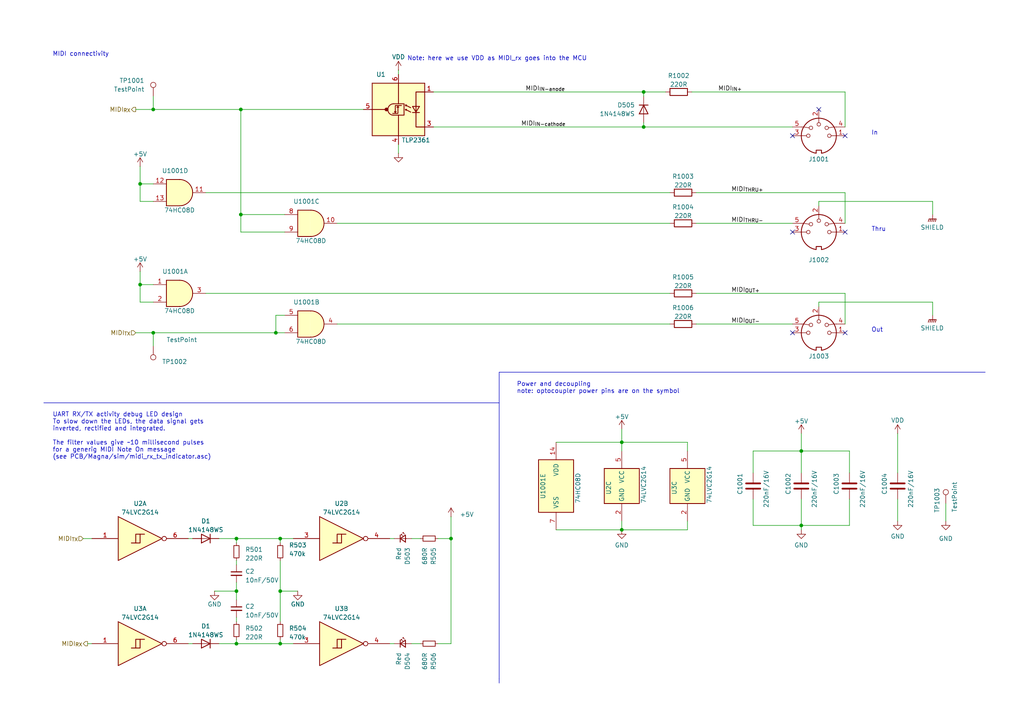
<source format=kicad_sch>
(kicad_sch (version 20231120) (generator "eeschema") (generator_version "8.0")
  (paper "A4")
  (lib_symbols
    (symbol "4xxx:4081" (pin_names (offset 1.016))
      (property "Reference" "U" (at 0 1.27 0))
      (property "Value" "4081" (at 0 -1.27 0))
      (symbol "4081_1_1"
        (arc (start 0 -3.81) (mid 3.7934 0) (end 0 3.81) (stroke (width 0.254)) (fill (type background)))
        (polyline (pts (xy 0 3.81) (xy -3.81 3.81) (xy -3.81 -3.81) (xy 0 -3.81)) (stroke (width 0.254)) (fill (type background)))
        (pin input line (at -7.62 2.54 0) (length 3.81) (name "~") (number "1"))
        (pin input line (at -7.62 -2.54 0) (length 3.81) (name "~") (number "2"))
        (pin output line (at 7.62 0 180) (length 3.81) (name "~") (number "3"))
      )
      (symbol "4081_1_2"
        (arc (start -3.81 -3.81) (mid -2.589 0) (end -3.81 3.81) (stroke (width 0.254)))
        (arc (start -0.6096 -3.81) (mid 2.1842 -2.5851) (end 3.81 0) (stroke (width 0.254)) (fill (type background)))
        (polyline (pts (xy -3.81 -3.81) (xy -0.635 -3.81)) (stroke (width 0.254)) (fill (type background)))
        (polyline (pts (xy -3.81 3.81) (xy -0.635 3.81)) (stroke (width 0.254)) (fill (type background)))
        (polyline (pts (xy -0.635 3.81) (xy -3.81 3.81) (xy -3.81 3.81) (xy -3.556 3.4036) (xy -3.0226 2.2606) (xy -2.6924 1.0414) (xy -2.6162 -0.254) (xy -2.7686 -1.4986) (xy -3.175 -2.7178) (xy -3.81 -3.81) (xy -3.81 -3.81) (xy -0.635 -3.81)) (stroke (width -25.4)) (fill (type background)))
        (arc (start 3.81 0) (mid 2.1915 2.5936) (end -0.6096 3.81) (stroke (width 0.254)) (fill (type background)))
        (pin input inverted (at -7.62 2.54 0) (length 4.318) (name "~") (number "1"))
        (pin input inverted (at -7.62 -2.54 0) (length 4.318) (name "~") (number "2"))
        (pin output inverted (at 7.62 0 180) (length 3.81) (name "~") (number "3"))
      )
      (symbol "4081_2_1"
        (arc (start 0 -3.81) (mid 3.7934 0) (end 0 3.81) (stroke (width 0.254)) (fill (type background)))
        (polyline (pts (xy 0 3.81) (xy -3.81 3.81) (xy -3.81 -3.81) (xy 0 -3.81)) (stroke (width 0.254)) (fill (type background)))
        (pin output line (at 7.62 0 180) (length 3.81) (name "~") (number "4"))
        (pin input line (at -7.62 2.54 0) (length 3.81) (name "~") (number "5"))
        (pin input line (at -7.62 -2.54 0) (length 3.81) (name "~") (number "6"))
      )
      (symbol "4081_2_2"
        (arc (start -3.81 -3.81) (mid -2.589 0) (end -3.81 3.81) (stroke (width 0.254)))
        (arc (start -0.6096 -3.81) (mid 2.1842 -2.5851) (end 3.81 0) (stroke (width 0.254)) (fill (type background)))
        (polyline (pts (xy -3.81 -3.81) (xy -0.635 -3.81)) (stroke (width 0.254)) (fill (type background)))
        (polyline (pts (xy -3.81 3.81) (xy -0.635 3.81)) (stroke (width 0.254)) (fill (type background)))
        (polyline (pts (xy -0.635 3.81) (xy -3.81 3.81) (xy -3.81 3.81) (xy -3.556 3.4036) (xy -3.0226 2.2606) (xy -2.6924 1.0414) (xy -2.6162 -0.254) (xy -2.7686 -1.4986) (xy -3.175 -2.7178) (xy -3.81 -3.81) (xy -3.81 -3.81) (xy -0.635 -3.81)) (stroke (width -25.4)) (fill (type background)))
        (arc (start 3.81 0) (mid 2.1915 2.5936) (end -0.6096 3.81) (stroke (width 0.254)) (fill (type background)))
        (pin output inverted (at 7.62 0 180) (length 3.81) (name "~") (number "4"))
        (pin input inverted (at -7.62 2.54 0) (length 4.318) (name "~") (number "5"))
        (pin input inverted (at -7.62 -2.54 0) (length 4.318) (name "~") (number "6"))
      )
      (symbol "4081_3_1"
        (arc (start 0 -3.81) (mid 3.7934 0) (end 0 3.81) (stroke (width 0.254)) (fill (type background)))
        (polyline (pts (xy 0 3.81) (xy -3.81 3.81) (xy -3.81 -3.81) (xy 0 -3.81)) (stroke (width 0.254)) (fill (type background)))
        (pin output line (at 7.62 0 180) (length 3.81) (name "~") (number "10"))
        (pin input line (at -7.62 2.54 0) (length 3.81) (name "~") (number "8"))
        (pin input line (at -7.62 -2.54 0) (length 3.81) (name "~") (number "9"))
      )
      (symbol "4081_3_2"
        (arc (start -3.81 -3.81) (mid -2.589 0) (end -3.81 3.81) (stroke (width 0.254)))
        (arc (start -0.6096 -3.81) (mid 2.1842 -2.5851) (end 3.81 0) (stroke (width 0.254)) (fill (type background)))
        (polyline (pts (xy -3.81 -3.81) (xy -0.635 -3.81)) (stroke (width 0.254)) (fill (type background)))
        (polyline (pts (xy -3.81 3.81) (xy -0.635 3.81)) (stroke (width 0.254)) (fill (type background)))
        (polyline (pts (xy -0.635 3.81) (xy -3.81 3.81) (xy -3.81 3.81) (xy -3.556 3.4036) (xy -3.0226 2.2606) (xy -2.6924 1.0414) (xy -2.6162 -0.254) (xy -2.7686 -1.4986) (xy -3.175 -2.7178) (xy -3.81 -3.81) (xy -3.81 -3.81) (xy -0.635 -3.81)) (stroke (width -25.4)) (fill (type background)))
        (arc (start 3.81 0) (mid 2.1915 2.5936) (end -0.6096 3.81) (stroke (width 0.254)) (fill (type background)))
        (pin output inverted (at 7.62 0 180) (length 3.81) (name "~") (number "10"))
        (pin input inverted (at -7.62 2.54 0) (length 4.318) (name "~") (number "8"))
        (pin input inverted (at -7.62 -2.54 0) (length 4.318) (name "~") (number "9"))
      )
      (symbol "4081_4_1"
        (arc (start 0 -3.81) (mid 3.7934 0) (end 0 3.81) (stroke (width 0.254)) (fill (type background)))
        (polyline (pts (xy 0 3.81) (xy -3.81 3.81) (xy -3.81 -3.81) (xy 0 -3.81)) (stroke (width 0.254)) (fill (type background)))
        (pin output line (at 7.62 0 180) (length 3.81) (name "~") (number "11"))
        (pin input line (at -7.62 2.54 0) (length 3.81) (name "~") (number "12"))
        (pin input line (at -7.62 -2.54 0) (length 3.81) (name "~") (number "13"))
      )
      (symbol "4081_4_2"
        (arc (start -3.81 -3.81) (mid -2.589 0) (end -3.81 3.81) (stroke (width 0.254)))
        (arc (start -0.6096 -3.81) (mid 2.1842 -2.5851) (end 3.81 0) (stroke (width 0.254)) (fill (type background)))
        (polyline (pts (xy -3.81 -3.81) (xy -0.635 -3.81)) (stroke (width 0.254)) (fill (type background)))
        (polyline (pts (xy -3.81 3.81) (xy -0.635 3.81)) (stroke (width 0.254)) (fill (type background)))
        (polyline (pts (xy -0.635 3.81) (xy -3.81 3.81) (xy -3.81 3.81) (xy -3.556 3.4036) (xy -3.0226 2.2606) (xy -2.6924 1.0414) (xy -2.6162 -0.254) (xy -2.7686 -1.4986) (xy -3.175 -2.7178) (xy -3.81 -3.81) (xy -3.81 -3.81) (xy -0.635 -3.81)) (stroke (width -25.4)) (fill (type background)))
        (arc (start 3.81 0) (mid 2.1915 2.5936) (end -0.6096 3.81) (stroke (width 0.254)) (fill (type background)))
        (pin output inverted (at 7.62 0 180) (length 3.81) (name "~") (number "11"))
        (pin input inverted (at -7.62 2.54 0) (length 4.318) (name "~") (number "12"))
        (pin input inverted (at -7.62 -2.54 0) (length 4.318) (name "~") (number "13"))
      )
      (symbol "4081_5_0"
        (pin power_in line (at 0 12.7 270) (length 5.08) (name "VDD") (number "14"))
        (pin power_in line (at 0 -12.7 90) (length 5.08) (name "VSS") (number "7"))
      )
      (symbol "4081_5_1"
        (rectangle (start -5.08 7.62) (end 5.08 -7.62) (stroke (width 0.254)) (fill (type background)))
      )
    )
    (symbol "74xGxx:74LVC2G14"
      (property "Reference" "U" (at 0 7.62 0))
      (property "Value" "74LVC2G14" (at 2.54 -7.62 0))
      (symbol "74LVC2G14_1_1"
        (polyline (pts (xy -2.54 -1.27) (xy -1.27 -1.27) (xy -1.27 1.27)) (stroke (width 0.254)) (fill (type background)))
        (polyline (pts (xy -7.62 6.35) (xy -7.62 -6.35) (xy 5.08 0) (xy -7.62 6.35)) (stroke (width 0.254)) (fill (type background)))
        (polyline (pts (xy -3.81 -1.27) (xy -2.54 -1.27) (xy -2.54 1.27) (xy 0 1.27)) (stroke (width 0.254)) (fill (type background)))
        (pin input line (at -15.24 0 0) (length 7.62) (name "~") (number "1"))
        (pin output inverted (at 12.7 0 180) (length 7.62) (name "~") (number "6"))
      )
      (symbol "74LVC2G14_2_1"
        (polyline (pts (xy -2.54 -1.27) (xy -1.27 -1.27) (xy -1.27 1.27)) (stroke (width 0.254)) (fill (type background)))
        (polyline (pts (xy -7.62 6.35) (xy -7.62 -6.35) (xy 5.08 0) (xy -7.62 6.35)) (stroke (width 0.254)) (fill (type background)))
        (polyline (pts (xy -3.81 -1.27) (xy -2.54 -1.27) (xy -2.54 1.27) (xy 0 1.27)) (stroke (width 0.254)) (fill (type background)))
        (pin input line (at -15.24 0 0) (length 7.62) (name "~") (number "3"))
        (pin output inverted (at 12.7 0 180) (length 7.62) (name "~") (number "4"))
      )
      (symbol "74LVC2G14_3_0"
        (rectangle (start -5.08 -5.08) (end 5.08 5.08) (stroke (width 0.254)) (fill (type background)))
      )
      (symbol "74LVC2G14_3_1"
        (pin power_in line (at 0 -10.16 90) (length 5.08) (name "GND") (number "2"))
        (pin power_in line (at 0 10.16 270) (length 5.08) (name "VCC") (number "5"))
      )
    )
    (symbol "Connector:DIN-5_180degree" (pin_names (offset 1.016))
      (property "Reference" "J" (at 3.175 5.715 0))
      (property "Value" "DIN-5_180degree" (at 0 -6.35 0))
      (symbol "DIN-5_180degree_0_1"
        (arc (start -5.08 0) (mid -3.8609 -3.3364) (end -0.762 -5.08) (stroke (width 0.254)))
        (circle (center -3.048 0) (radius 0.508))
        (circle (center -2.286 2.286) (radius 0.508))
        (polyline (pts (xy -5.08 0) (xy -3.556 0)))
        (polyline (pts (xy 0 5.08) (xy 0 3.81)))
        (polyline (pts (xy 5.08 0) (xy 3.556 0)))
        (polyline (pts (xy -5.08 2.54) (xy -4.318 2.54) (xy -2.794 2.286)))
        (polyline (pts (xy 5.08 2.54) (xy 4.318 2.54) (xy 2.794 2.286)))
        (polyline (pts (xy -0.762 -4.953) (xy -0.762 -4.191) (xy 0.762 -4.191) (xy 0.762 -4.953)) (stroke (width 0.254)))
        (circle (center 0 3.302) (radius 0.508))
        (arc (start 0.762 -5.08) (mid 3.8685 -3.343) (end 5.08 0) (stroke (width 0.254)))
        (circle (center 2.286 2.286) (radius 0.508))
        (circle (center 3.048 0) (radius 0.508))
        (arc (start 5.08 0) (mid 0 5.0579) (end -5.08 0) (stroke (width 0.254)))
      )
      (symbol "DIN-5_180degree_1_1"
        (pin passive line (at -7.62 0 0) (length 2.54) (name "~") (number "1"))
        (pin passive line (at 0 7.62 270) (length 2.54) (name "~") (number "2"))
        (pin passive line (at 7.62 0 180) (length 2.54) (name "~") (number "3"))
        (pin passive line (at -7.62 2.54 0) (length 2.54) (name "~") (number "4"))
        (pin passive line (at 7.62 2.54 180) (length 2.54) (name "~") (number "5"))
      )
    )
    (symbol "Connector:TestPoint" (pin_numbers hide) (pin_names (offset 0.762) hide)
      (property "Reference" "TP" (at 0 6.858 0))
      (property "Value" "TestPoint" (at 0 5.08 0))
      (symbol "TestPoint_0_1"
        (circle (center 0 3.302) (radius 0.762))
      )
      (symbol "TestPoint_1_1"
        (pin passive line (at 0 0 90) (length 2.54) (name "1") (number "1"))
      )
    )
    (symbol "Device:C" (pin_numbers hide) (pin_names (offset 0.254))
      (property "Reference" "C" (at 0.635 2.54 0))
      (property "Value" "C" (at 0.635 -2.54 0))
      (symbol "C_0_1"
        (polyline (pts (xy -2.032 -0.762) (xy 2.032 -0.762)) (stroke (width 0.508)))
        (polyline (pts (xy -2.032 0.762) (xy 2.032 0.762)) (stroke (width 0.508)))
      )
      (symbol "C_1_1"
        (pin passive line (at 0 3.81 270) (length 2.794) (name "~") (number "1"))
        (pin passive line (at 0 -3.81 90) (length 2.794) (name "~") (number "2"))
      )
    )
    (symbol "Device:C_Small" (pin_numbers hide) (pin_names (offset 0.254) hide)
      (property "Reference" "C" (at 0.254 1.778 0))
      (property "Value" "C_Small" (at 0.254 -2.032 0))
      (symbol "C_Small_0_1"
        (polyline (pts (xy -1.524 -0.508) (xy 1.524 -0.508)) (stroke (width 0.3302)))
        (polyline (pts (xy -1.524 0.508) (xy 1.524 0.508)) (stroke (width 0.3048)))
      )
      (symbol "C_Small_1_1"
        (pin passive line (at 0 2.54 270) (length 2.032) (name "~") (number "1"))
        (pin passive line (at 0 -2.54 90) (length 2.032) (name "~") (number "2"))
      )
    )
    (symbol "Device:LED_Small" (pin_numbers hide) (pin_names (offset 0.254) hide)
      (property "Reference" "D" (at -1.27 3.175 0))
      (property "Value" "LED_Small" (at -4.445 -2.54 0))
      (symbol "LED_Small_0_1"
        (polyline (pts (xy -0.762 -1.016) (xy -0.762 1.016)) (stroke (width 0.254)))
        (polyline (pts (xy 1.016 0) (xy -0.762 0)))
        (polyline (pts (xy 0.762 -1.016) (xy -0.762 0) (xy 0.762 1.016) (xy 0.762 -1.016)) (stroke (width 0.254)))
        (polyline (pts (xy 0 0.762) (xy -0.508 1.27) (xy -0.254 1.27) (xy -0.508 1.27) (xy -0.508 1.016)))
        (polyline (pts (xy 0.508 1.27) (xy 0 1.778) (xy 0.254 1.778) (xy 0 1.778) (xy 0 1.524)))
      )
      (symbol "LED_Small_1_1"
        (pin passive line (at -2.54 0 0) (length 1.778) (name "K") (number "1"))
        (pin passive line (at 2.54 0 180) (length 1.778) (name "A") (number "2"))
      )
    )
    (symbol "Device:R" (pin_numbers hide) (pin_names (offset 0))
      (property "Reference" "R" (at 2.032 0 90))
      (property "Value" "R" (at 0 0 90))
      (symbol "R_0_1"
        (rectangle (start -1.016 -2.54) (end 1.016 2.54) (stroke (width 0.254)))
      )
      (symbol "R_1_1"
        (pin passive line (at 0 3.81 270) (length 1.27) (name "~") (number "1"))
        (pin passive line (at 0 -3.81 90) (length 1.27) (name "~") (number "2"))
      )
    )
    (symbol "Device:R_Small" (pin_numbers hide) (pin_names (offset 0.254) hide)
      (property "Reference" "R" (at 0.762 0.508 0))
      (property "Value" "R_Small" (at 0.762 -1.016 0))
      (symbol "R_Small_0_1"
        (rectangle (start -0.762 1.778) (end 0.762 -1.778) (stroke (width 0.2032)))
      )
      (symbol "R_Small_1_1"
        (pin passive line (at 0 2.54 270) (length 0.762) (name "~") (number "1"))
        (pin passive line (at 0 -2.54 90) (length 0.762) (name "~") (number "2"))
      )
    )
    (symbol "Diode:1N4148WT" (pin_numbers hide) (pin_names hide)
      (property "Reference" "D" (at 0 2.54 0))
      (property "Value" "1N4148WT" (at 0 -2.54 0))
      (symbol "1N4148WT_0_1"
        (polyline (pts (xy -1.27 1.27) (xy -1.27 -1.27)) (stroke (width 0.254)))
        (polyline (pts (xy 1.27 0) (xy -1.27 0)))
        (polyline (pts (xy 1.27 1.27) (xy 1.27 -1.27) (xy -1.27 0) (xy 1.27 1.27)) (stroke (width 0.254)))
      )
      (symbol "1N4148WT_1_1"
        (pin passive line (at -3.81 0 0) (length 2.54) (name "K") (number "1"))
        (pin passive line (at 3.81 0 180) (length 2.54) (name "A") (number "2"))
      )
    )
    (symbol "Isolator:TLP2748" (pin_names (offset 1.016) hide)
      (property "Reference" "U" (at -7.112 8.89 0))
      (property "Value" "TLP2748" (at 1.016 9.144 0))
      (symbol "TLP2748_0_1"
        (rectangle (start -7.62 7.62) (end 7.62 -7.62) (stroke (width 0.254)) (fill (type background)))
        (polyline (pts (xy -6.096 -0.889) (xy -4.064 -0.889)) (stroke (width 0.254)))
        (polyline (pts (xy -5.08 -1.27) (xy -5.08 -0.9144)) (stroke (width 0.254)))
        (polyline (pts (xy -5.08 1.016) (xy -5.08 -0.762)) (stroke (width 0.254)))
        (polyline (pts (xy -5.08 1.27) (xy -5.08 0.9144)) (stroke (width 0.254)))
        (polyline (pts (xy -3.556 -0.762) (xy -2.032 0)) (stroke (width 0.254)))
        (polyline (pts (xy -3.556 0.508) (xy -2.032 1.27)) (stroke (width 0.254)))
        (polyline (pts (xy -2.032 0) (xy -2.3368 0.0508)) (stroke (width 0.254)))
        (polyline (pts (xy -2.032 0) (xy -2.1844 -0.3048)) (stroke (width 0.254)))
        (polyline (pts (xy -2.032 1.27) (xy -2.3368 1.3208)) (stroke (width 0.254)))
        (polyline (pts (xy -2.032 1.27) (xy -2.1844 0.9652)) (stroke (width 0.254)))
        (polyline (pts (xy 0 -7.62) (xy 0 -1.651)) (stroke (width 0.254)))
        (polyline (pts (xy 0 7.5946) (xy 0 1.7018)) (stroke (width 0.254)))
        (polyline (pts (xy 7.747 0) (xy 3.4798 0)) (stroke (width 0.254)))
        (polyline (pts (xy -7.62 -5.08) (xy -5.08 -5.08) (xy -5.08 -1.27)) (stroke (width 0.254)))
        (polyline (pts (xy -5.08 1.27) (xy -5.08 5.08) (xy -7.62 5.08)) (stroke (width 0.254)))
        (polyline (pts (xy 0.1524 0.889) (xy -0.1016 0.635) (xy 0.4064 0.635)) (stroke (width 0.254)))
        (polyline (pts (xy 0.9144 -0.889) (xy 0.9144 1.143) (xy -0.8636 1.143)) (stroke (width 0.254)))
        (polyline (pts (xy -6.096 0.889) (xy -4.064 0.889) (xy -5.08 -0.762) (xy -6.096 0.889)) (stroke (width 0.254)))
        (polyline (pts (xy 0.9144 -0.889) (xy 0.6604 -0.635) (xy 1.1684 -0.635) (xy 0.9144 -0.889)) (stroke (width 0.254)))
        (polyline (pts (xy 1.4224 1.651) (xy -1.6256 1.651) (xy -1.6256 -1.651) (xy 1.4224 -1.651)) (stroke (width 0.254)))
        (polyline (pts (xy 1.6764 -1.143) (xy 0.1524 -1.143) (xy 0.1524 0.889) (xy 0.4064 0.635)) (stroke (width 0.254)))
        (arc (start 1.4224 -1.651) (mid 2.6073 -1.1849) (end 3.0734 0) (stroke (width 0.254)))
        (arc (start 3.0734 0) (mid 2.5738 1.1514) (end 1.4224 1.651) (stroke (width 0.254)))
        (circle (center 3.4798 0) (radius 0.4572) (fill (type outline)))
      )
      (symbol "TLP2748_1_1"
        (pin passive line (at -10.16 5.08 0) (length 2.54) (name "A") (number "1"))
        (pin no_connect line (at -7.62 0 0) (length 2.54) hide (name "NC") (number "2"))
        (pin passive line (at -10.16 -5.08 0) (length 2.54) (name "K") (number "3"))
        (pin power_in line (at 0 -10.16 90) (length 2.54) (name "GND") (number "4"))
        (pin output line (at 10.16 0 180) (length 2.54) (name "VO") (number "5"))
        (pin power_in line (at 0 10.16 270) (length 2.54) (name "VDD") (number "6"))
      )
    )
    (symbol "SkrooterLib:SHIELD" (power) (pin_names (offset 0))
      (property "Value" "SHIELD" (at 0 -3.302 0))
      (symbol "SHIELD_0_1"
        (polyline (pts (xy 0 -1.27) (xy 0 0)))
        (polyline (pts (xy -1.016 -1.27) (xy -1.27 -2.032) (xy -1.27 -2.032)) (stroke (width 0.2032)))
        (polyline (pts (xy -0.508 -1.27) (xy -0.762 -2.032) (xy -0.762 -2.032)) (stroke (width 0.2032)))
        (polyline (pts (xy 0 -1.27) (xy -0.254 -2.032) (xy -0.254 -2.032)) (stroke (width 0.2032)))
        (polyline (pts (xy 0.508 -1.27) (xy 0.254 -2.032) (xy 0.254 -2.032)) (stroke (width 0.2032)))
        (polyline (pts (xy 1.016 -1.27) (xy -1.016 -1.27) (xy -1.016 -1.27)) (stroke (width 0.2032)))
        (polyline (pts (xy 1.016 -1.27) (xy 0.762 -2.032) (xy 0.762 -2.032) (xy 0.762 -2.032)) (stroke (width 0.2032)))
      )
      (symbol "SHIELD_1_1"
        (pin power_in line (at 0 0 270) (length 0) hide (name "SHIELD") (number "1"))
      )
    )
    (symbol "power:+5V" (power) (pin_numbers hide) (pin_names (offset 0) hide)
      (property "Value" "+5V" (at 0 3.556 0))
      (symbol "+5V_0_1"
        (polyline (pts (xy -0.762 1.27) (xy 0 2.54)))
        (polyline (pts (xy 0 0) (xy 0 2.54)))
        (polyline (pts (xy 0 2.54) (xy 0.762 1.27)))
      )
      (symbol "+5V_1_1"
        (pin power_in line (at 0 0 90) (length 0) (name "~") (number "1"))
      )
    )
    (symbol "power:GND" (power) (pin_numbers hide) (pin_names (offset 0) hide)
      (property "Value" "GND" (at 0 -3.81 0))
      (symbol "GND_0_1"
        (polyline (pts (xy 0 0) (xy 0 -1.27) (xy 1.27 -1.27) (xy 0 -2.54) (xy -1.27 -1.27) (xy 0 -1.27)))
      )
      (symbol "GND_1_1"
        (pin power_in line (at 0 0 270) (length 0) (name "~") (number "1"))
      )
    )
    (symbol "power:VDD" (power) (pin_numbers hide) (pin_names (offset 0) hide)
      (property "Value" "VDD" (at 0 3.556 0))
      (symbol "VDD_0_1"
        (polyline (pts (xy -0.762 1.27) (xy 0 2.54)))
        (polyline (pts (xy 0 0) (xy 0 2.54)))
        (polyline (pts (xy 0 2.54) (xy 0.762 1.27)))
      )
      (symbol "VDD_1_1"
        (pin power_in line (at 0 0 90) (length 0) (name "~") (number "1"))
      )
    )
  )
  (junction (at 186.69 26.67))
  (junction (at 44.45 31.75))
  (junction (at 180.34 153.67))
  (junction (at 69.85 62.23))
  (junction (at 186.69 36.83))
  (junction (at 81.28 186.69))
  (junction (at 68.58 156.21))
  (junction (at 81.28 171.45))
  (junction (at 68.58 171.45))
  (junction (at 44.45 96.52))
  (junction (at 68.58 186.69))
  (junction (at 130.81 156.21))
  (junction (at 69.85 31.75))
  (junction (at 81.28 156.21))
  (junction (at 232.41 130.81))
  (junction (at 40.64 82.55))
  (junction (at 232.41 152.4))
  (junction (at 80.01 96.52))
  (junction (at 40.64 53.34))
  (junction (at 180.34 128.27))
  (no_connect (at 229.87 96.52))
  (no_connect (at 229.87 67.31))
  (no_connect (at 245.11 39.37))
  (no_connect (at 229.87 39.37))
  (no_connect (at 245.11 67.31))
  (no_connect (at 245.11 96.52))
  (no_connect (at 237.49 31.75))
  (wire (pts (xy 114.3 186.69) (xy 113.03 186.69)))
  (wire (pts (xy 246.38 130.81) (xy 246.38 137.16)))
  (wire (pts (xy 81.28 162.56) (xy 81.28 171.45)))
  (wire (pts (xy 115.57 20.32) (xy 115.57 21.59)))
  (wire (pts (xy 186.69 36.83) (xy 229.87 36.83)))
  (wire (pts (xy 199.39 128.27) (xy 199.39 130.81)))
  (wire (pts (xy 186.69 26.67) (xy 193.04 26.67)))
  (wire (pts (xy 161.29 128.27) (xy 180.34 128.27)))
  (wire (pts (xy 68.58 162.56) (xy 68.58 163.83)))
  (wire (pts (xy 69.85 31.75) (xy 105.41 31.75)))
  (wire (pts (xy 245.11 26.67) (xy 245.11 36.83)))
  (wire (pts (xy 44.45 96.52) (xy 44.45 100.33)))
  (wire (pts (xy 237.49 87.63) (xy 270.51 87.63)))
  (wire (pts (xy 180.34 153.67) (xy 180.34 151.13)))
  (wire (pts (xy 44.45 53.34) (xy 40.64 53.34)))
  (wire (pts (xy 62.23 171.45) (xy 68.58 171.45)))
  (wire (pts (xy 82.55 67.31) (xy 69.85 67.31)))
  (wire (pts (xy 81.28 185.42) (xy 81.28 186.69)))
  (polyline (pts (xy 144.78 196.85) (xy 144.78 198.12)))
  (polyline (pts (xy 144.78 116.84) (xy 144.78 196.85)))
  (wire (pts (xy 201.93 93.98) (xy 229.87 93.98)))
  (wire (pts (xy 80.01 91.44) (xy 82.55 91.44)))
  (wire (pts (xy 270.51 58.42) (xy 270.51 62.23)))
  (wire (pts (xy 68.58 156.21) (xy 68.58 157.48)))
  (wire (pts (xy 218.44 152.4) (xy 232.41 152.4)))
  (wire (pts (xy 180.34 128.27) (xy 199.39 128.27)))
  (polyline (pts (xy 12.7 116.84) (xy 144.78 116.84)))
  (wire (pts (xy 218.44 144.78) (xy 218.44 152.4)))
  (wire (pts (xy 201.93 64.77) (xy 229.87 64.77)))
  (wire (pts (xy 237.49 58.42) (xy 237.49 59.69)))
  (wire (pts (xy 24.13 156.21) (xy 26.67 156.21)))
  (wire (pts (xy 82.55 96.52) (xy 80.01 96.52)))
  (wire (pts (xy 39.37 96.52) (xy 44.45 96.52)))
  (wire (pts (xy 127 156.21) (xy 130.81 156.21)))
  (wire (pts (xy 82.55 62.23) (xy 69.85 62.23)))
  (wire (pts (xy 68.58 185.42) (xy 68.58 186.69)))
  (wire (pts (xy 44.45 87.63) (xy 40.64 87.63)))
  (wire (pts (xy 130.81 149.86) (xy 130.81 156.21)))
  (wire (pts (xy 232.41 152.4) (xy 246.38 152.4)))
  (wire (pts (xy 201.93 55.88) (xy 245.11 55.88)))
  (wire (pts (xy 68.58 186.69) (xy 81.28 186.69)))
  (wire (pts (xy 125.73 26.67) (xy 186.69 26.67)))
  (wire (pts (xy 245.11 55.88) (xy 245.11 64.77)))
  (wire (pts (xy 232.41 130.81) (xy 246.38 130.81)))
  (wire (pts (xy 161.29 153.67) (xy 180.34 153.67)))
  (wire (pts (xy 232.41 152.4) (xy 232.41 153.67)))
  (wire (pts (xy 69.85 31.75) (xy 69.85 62.23)))
  (wire (pts (xy 25.4 186.69) (xy 26.67 186.69)))
  (wire (pts (xy 59.69 55.88) (xy 194.31 55.88)))
  (wire (pts (xy 54.61 156.21) (xy 55.88 156.21)))
  (wire (pts (xy 125.73 36.83) (xy 186.69 36.83)))
  (wire (pts (xy 81.28 171.45) (xy 81.28 180.34)))
  (wire (pts (xy 260.35 151.13) (xy 260.35 144.78)))
  (wire (pts (xy 232.41 125.73) (xy 232.41 130.81)))
  (wire (pts (xy 97.79 64.77) (xy 194.31 64.77)))
  (wire (pts (xy 59.69 85.09) (xy 194.31 85.09)))
  (wire (pts (xy 246.38 152.4) (xy 246.38 144.78)))
  (wire (pts (xy 199.39 153.67) (xy 199.39 151.13)))
  (wire (pts (xy 68.58 156.21) (xy 81.28 156.21)))
  (wire (pts (xy 97.79 93.98) (xy 194.31 93.98)))
  (wire (pts (xy 68.58 173.99) (xy 68.58 171.45)))
  (wire (pts (xy 114.3 156.21) (xy 113.03 156.21)))
  (wire (pts (xy 180.34 153.67) (xy 199.39 153.67)))
  (wire (pts (xy 80.01 96.52) (xy 80.01 91.44)))
  (wire (pts (xy 81.28 171.45) (xy 86.36 171.45)))
  (wire (pts (xy 40.64 82.55) (xy 40.64 87.63)))
  (wire (pts (xy 40.64 82.55) (xy 40.64 78.74)))
  (wire (pts (xy 121.92 186.69) (xy 119.38 186.69)))
  (wire (pts (xy 115.57 44.45) (xy 115.57 41.91)))
  (wire (pts (xy 81.28 156.21) (xy 85.09 156.21)))
  (wire (pts (xy 44.45 31.75) (xy 69.85 31.75)))
  (wire (pts (xy 39.37 31.75) (xy 44.45 31.75)))
  (wire (pts (xy 69.85 62.23) (xy 69.85 67.31)))
  (wire (pts (xy 81.28 156.21) (xy 81.28 157.48)))
  (wire (pts (xy 81.28 186.69) (xy 85.09 186.69)))
  (wire (pts (xy 68.58 179.07) (xy 68.58 180.34)))
  (wire (pts (xy 232.41 130.81) (xy 232.41 137.16)))
  (wire (pts (xy 40.64 58.42) (xy 40.64 53.34)))
  (wire (pts (xy 237.49 88.9) (xy 237.49 87.63)))
  (wire (pts (xy 270.51 87.63) (xy 270.51 91.44)))
  (wire (pts (xy 127 186.69) (xy 130.81 186.69)))
  (polyline (pts (xy 144.78 107.95) (xy 285.75 107.95)))
  (polyline (pts (xy 144.78 107.95) (xy 144.78 116.84)))
  (wire (pts (xy 130.81 156.21) (xy 130.81 186.69)))
  (wire (pts (xy 218.44 130.81) (xy 218.44 137.16)))
  (wire (pts (xy 237.49 58.42) (xy 270.51 58.42)))
  (wire (pts (xy 245.11 93.98) (xy 245.11 85.09)))
  (wire (pts (xy 180.34 128.27) (xy 180.34 130.81)))
  (wire (pts (xy 40.64 53.34) (xy 40.64 48.26)))
  (wire (pts (xy 201.93 85.09) (xy 245.11 85.09)))
  (wire (pts (xy 44.45 27.94) (xy 44.45 31.75)))
  (wire (pts (xy 232.41 152.4) (xy 232.41 144.78)))
  (wire (pts (xy 200.66 26.67) (xy 245.11 26.67)))
  (wire (pts (xy 274.32 146.05) (xy 274.32 151.13)))
  (wire (pts (xy 186.69 26.67) (xy 186.69 27.94)))
  (wire (pts (xy 44.45 82.55) (xy 40.64 82.55)))
  (wire (pts (xy 44.45 96.52) (xy 80.01 96.52)))
  (wire (pts (xy 63.5 186.69) (xy 68.58 186.69)))
  (wire (pts (xy 54.61 186.69) (xy 55.88 186.69)))
  (wire (pts (xy 260.35 125.73) (xy 260.35 137.16)))
  (wire (pts (xy 63.5 156.21) (xy 68.58 156.21)))
  (wire (pts (xy 44.45 58.42) (xy 40.64 58.42)))
  (wire (pts (xy 180.34 124.46) (xy 180.34 128.27)))
  (wire (pts (xy 186.69 35.56) (xy 186.69 36.83)))
  (wire (pts (xy 121.92 156.21) (xy 119.38 156.21)))
  (wire (pts (xy 68.58 171.45) (xy 68.58 168.91)))
  (wire (pts (xy 232.41 130.81) (xy 218.44 130.81)))
  (text "Power and decoupling\nnote: optocoupler power pins are on the symbol" (at 149.86 114.3 0) (effects (font (size 1.27 1.27)) (justify left bottom)))
  (text "Note: here we use VDD as MIDI_rx goes into the MCU" (at 118.11 17.78 0) (effects (font (size 1.27 1.27)) (justify left bottom)))
  (text "Out" (at 252.73 96.52 0) (effects (font (size 1.27 1.27)) (justify left bottom)))
  (text "MIDI connectivity" (at 15.24 16.51 0) (effects (font (size 1.27 1.27)) (justify left bottom)))
  (text "UART RX/TX activity debug LED design\nTo slow down the LEDs, the data signal gets \ninverted, rectified and integrated.\n\nThe filter values give ~10 millisecond pulses \nfor a generig MIDI Note On message \n(see PCB/Magna/sim/midi_rx_tx_indicator.asc)" (at 15.24 133.35 0) (effects (font (size 1.27 1.27)) (justify left bottom)))
  (text "Thru" (at 252.73 67.31 0) (effects (font (size 1.27 1.27)) (justify left bottom)))
  (text "In" (at 252.73 39.37 0) (effects (font (size 1.27 1.27)) (justify left bottom)))
  (label "MIDI_{OUT-}" (at 212.09 93.98 0))
  (label "MIDI_{IN+}" (at 208.28 26.67 0))
  (label "MIDI_{IN-cathode}" (at 151.13 36.83 0))
  (label "MIDI_{IN-anode}" (at 152.4 26.67 0))
  (label "MIDI_{THRU+}" (at 212.09 55.88 0))
  (label "MIDI_{THRU-}" (at 212.09 64.77 0))
  (label "MIDI_{OUT+}" (at 212.09 85.09 0))
  (hierarchical_label "MIDI_{TX}" (shape input) (at 39.37 96.52 180))
  (hierarchical_label "MIDI_{RX}" (shape output) (at 39.37 31.75 180))
  (hierarchical_label "MIDI_{TX}" (shape input) (at 24.13 156.21 180))
  (hierarchical_label "MIDI_{RX}" (shape output) (at 25.4 186.69 180))
  (symbol (lib_id "Device:R") (at 198.12 85.09 90) (unit 1)
    (property "Reference" "R1005" (at 198.12 80.3742 90))
    (property "Value" "220R" (at 198.12 82.9111 90))
    (property "Footprint" "Resistor_SMD:R_0805_2012Metric_Pad1.20x1.40mm_HandSolder" (effects (hide yes)))
    (property "Description" "Resistor" (effects (hide yes)))
    (property "LCSC" "C17557" (effects (hide yes)))
  )
  (symbol (lib_id "Diode:1N4148WT") (at 59.69 156.21 180) (unit 1)
    (property "Reference" "D1" (at 59.69 151.13 0))
    (property "Value" "1N4148WS" (at 59.69 153.67 0))
    (property "Footprint" "Diode_SMD:D_SOD-123" (effects (hide yes)))
    (property "Datasheet" "https://www.diodes.com/assets/Datasheets/ds30396.pdf" (effects (hide yes)))
    (property "Description" "75V 0.15A Fast switching Diode, SOD-523" (effects (hide yes)))
    (property "LCSC" "C81598" (effects (hide yes)))
    (property "Sim.Device" "D" (effects (hide yes)))
    (property "Sim.Pins" "1=K 2=A" (effects (hide yes)))
  )
  (symbol (lib_id "power:GND") (at 274.32 151.13 0) (unit 1)
    (property "Reference" "#PWR01008" (effects (hide yes)))
    (property "Value" "GND" (at 274.32 156.21 0))
    (property "Description" "Power symbol creates a global label with name \"GND\" , ground" (effects (hide yes)))
  )
  (symbol (lib_id "power:+5V") (at 40.64 78.74 0) (unit 1)
    (property "Reference" "#PWR01002" (effects (hide yes)))
    (property "Value" "+5V" (at 40.64 75.1642 0))
    (property "Description" "Power symbol creates a global label with name \"+5V\"" (effects (hide yes)))
  )
  (symbol (lib_id "Device:C") (at 218.44 140.97 0) (unit 1)
    (property "Reference" "C1001" (at 214.63 143.51 90) (effects (justify left)))
    (property "Value" "220nF/16V" (at 222.25 147.32 90) (effects (justify left)))
    (property "Footprint" "Capacitor_SMD:C_0402_1005Metric_Pad0.74x0.62mm_HandSolder" (effects (hide yes)))
    (property "Description" "Unpolarized capacitor" (effects (hide yes)))
    (property "LCSC" "C16772" (effects (hide yes)))
  )
  (symbol (lib_id "Device:R_Small") (at 124.46 156.21 270) (unit 1)
    (property "Reference" "R505" (at 125.73 158.75 0) (effects (justify left)))
    (property "Value" "680R" (at 123.19 158.75 0) (effects (justify left)))
    (property "Footprint" "Resistor_SMD:R_0805_2012Metric_Pad1.20x1.40mm_HandSolder" (effects (hide yes)))
    (property "Description" "Resistor, small symbol" (effects (hide yes)))
    (property "LCSC" "C17798" (effects (hide yes)))
  )
  (symbol (lib_id "74xGxx:74LVC2G14") (at 41.91 186.69 0) (unit 1)
    (property "Reference" "U3" (at 40.64 176.53 0))
    (property "Value" "74LVC2G14" (at 40.64 179.07 0))
    (property "Footprint" "Package_TO_SOT_SMD:SOT-363_SC-70-6_Handsoldering" (effects (hide yes)))
    (property "Datasheet" "https://www.ti.com/lit/ds/symlink/sn74lvc2g14.pdf" (effects (hide yes)))
    (property "Description" "Dual NOT Gate, Schmitt Triggered, Low-Voltage CMOS" (effects (hide yes)))
    (property "LCSC" "C362110" (effects (hide yes)))
  )
  (symbol (lib_id "4xxx:4081") (at 52.07 55.88 0) (unit 4)
    (property "Reference" "U1001" (at 50.8 49.53 0))
    (property "Value" "74HC08D" (at 52.07 60.96 0))
    (property "Footprint" "Package_SO:SOIC-14_3.9x8.7mm_P1.27mm" (effects (hide yes)))
    (property "Datasheet" "http://www.intersil.com/content/dam/Intersil/documents/cd40/cd4073bms-81bms-82bms.pdf" (effects (hide yes)))
    (property "Description" "Quad And 2 inputs" (effects (hide yes)))
    (property "LCSC" "C5593" (effects (hide yes)))
  )
  (symbol (lib_id "Connector:TestPoint") (at 44.45 27.94 0) (mirror y) (unit 1)
    (property "Reference" "TP1001" (at 41.91 23.368 0) (effects (justify left)))
    (property "Value" "TestPoint" (at 41.91 25.908 0) (effects (justify left)))
    (property "Footprint" "TestPoint:TestPoint_Keystone_5000-5004_Miniature" (effects (hide yes)))
    (property "Description" "test point" (effects (hide yes)))
  )
  (symbol (lib_id "Device:R") (at 198.12 93.98 90) (unit 1)
    (property "Reference" "R1006" (at 198.12 89.2642 90))
    (property "Value" "220R" (at 198.12 91.8011 90))
    (property "Footprint" "Resistor_SMD:R_0805_2012Metric_Pad1.20x1.40mm_HandSolder" (effects (hide yes)))
    (property "Description" "Resistor" (effects (hide yes)))
    (property "LCSC" "C17557" (effects (hide yes)))
  )
  (symbol (lib_id "power:+5V") (at 232.41 125.73 0) (unit 1)
    (property "Reference" "#PWR01004" (effects (hide yes)))
    (property "Value" "+5V" (at 232.41 122.1542 0))
    (property "Description" "Power symbol creates a global label with name \"+5V\"" (effects (hide yes)))
  )
  (symbol (lib_id "SkrooterLib:SHIELD") (at 270.51 91.44 0) (unit 1)
    (property "Reference" "#PWR01010" (effects (hide yes)))
    (property "Value" "SHIELD" (at 270.383 95.1667 0))
    (property "Description" "Power symbol creates a global label with name \"GNDPWR\" , power ground" (effects (hide yes)))
  )
  (symbol (lib_id "Connector:DIN-5_180degree") (at 237.49 67.31 0) (mirror y) (unit 1)
    (property "Reference" "J1002" (at 237.4899 75.3825 0))
    (property "Value" "DIN-5_180degree" (effects (hide yes)))
    (property "Footprint" "Skrooter_footprints:DIN-504-M10" (effects (hide yes)))
    (property "Datasheet" "http://www.mouser.com/ds/2/18/40_c091_abd_e-75918.pdf" (effects (hide yes)))
    (property "Description" "5-pin DIN connector (5-pin DIN-5 stereo)" (effects (hide yes)))
    (property "LCSC" "C2939344" (effects (hide yes)))
  )
  (symbol (lib_id "Device:R") (at 196.85 26.67 90) (unit 1)
    (property "Reference" "R1002" (at 196.85 21.9542 90))
    (property "Value" "220R" (at 196.85 24.4911 90))
    (property "Footprint" "Resistor_SMD:R_0805_2012Metric_Pad1.20x1.40mm_HandSolder" (effects (hide yes)))
    (property "Description" "Resistor" (effects (hide yes)))
    (property "LCSC" "C17557" (effects (hide yes)))
  )
  (symbol (lib_id "4xxx:4081") (at 161.29 140.97 0) (unit 5)
    (property "Reference" "U1001" (at 157.48 144.78 90) (effects (justify left)))
    (property "Value" "74HC08D" (at 167.64 146.05 90) (effects (justify left)))
    (property "Footprint" "Package_SO:SOIC-14_3.9x8.7mm_P1.27mm" (effects (hide yes)))
    (property "Datasheet" "http://www.intersil.com/content/dam/Intersil/documents/cd40/cd4073bms-81bms-82bms.pdf" (effects (hide yes)))
    (property "Description" "Quad And 2 inputs" (effects (hide yes)))
    (property "LCSC" "C5593" (effects (hide yes)))
  )
  (symbol (lib_id "Device:R_Small") (at 81.28 182.88 0) (unit 1)
    (property "Reference" "R504" (at 83.82 182.245 0) (effects (justify left)))
    (property "Value" "470k" (at 83.82 184.785 0) (effects (justify left)))
    (property "Footprint" "Resistor_SMD:R_0805_2012Metric_Pad1.20x1.40mm_HandSolder" (effects (hide yes)))
    (property "Description" "Resistor, small symbol" (effects (hide yes)))
    (property "LCSC" "C17709" (effects (hide yes)))
  )
  (symbol (lib_id "power:+5V") (at 40.64 48.26 0) (unit 1)
    (property "Reference" "#PWR01001" (effects (hide yes)))
    (property "Value" "+5V" (at 40.64 44.6842 0))
    (property "Description" "Power symbol creates a global label with name \"+5V\"" (effects (hide yes)))
  )
  (symbol (lib_id "Device:R") (at 198.12 55.88 90) (unit 1)
    (property "Reference" "R1003" (at 198.12 51.1642 90))
    (property "Value" "220R" (at 198.12 53.7011 90))
    (property "Footprint" "Resistor_SMD:R_0805_2012Metric_Pad1.20x1.40mm_HandSolder" (effects (hide yes)))
    (property "Description" "Resistor" (effects (hide yes)))
    (property "LCSC" "C17557" (effects (hide yes)))
  )
  (symbol (lib_id "power:GND") (at 232.41 153.67 0) (unit 1)
    (property "Reference" "#PWR01005" (effects (hide yes)))
    (property "Value" "GND" (at 232.41 158.1134 0))
    (property "Description" "Power symbol creates a global label with name \"GND\" , ground" (effects (hide yes)))
  )
  (symbol (lib_id "power:GND") (at 180.34 153.67 0) (unit 1)
    (property "Reference" "#PWR01005" (effects (hide yes)))
    (property "Value" "GND" (at 180.34 158.1134 0))
    (property "Description" "Power symbol creates a global label with name \"GND\" , ground" (effects (hide yes)))
  )
  (symbol (lib_id "power:VDD") (at 115.57 20.32 0) (unit 1)
    (property "Reference" "#PWR01" (effects (hide yes)))
    (property "Value" "VDD" (at 115.57 16.51 0))
    (property "Description" "Power symbol creates a global label with name \"VDD\"" (effects (hide yes)))
  )
  (symbol (lib_id "Connector:TestPoint") (at 44.45 100.33 0) (mirror x) (unit 1)
    (property "Reference" "TP1002" (at 46.99 104.902 0) (effects (justify left)))
    (property "Value" "TestPoint" (at 48.26 98.552 0) (effects (justify left)))
    (property "Footprint" "TestPoint:TestPoint_Keystone_5000-5004_Miniature" (effects (hide yes)))
    (property "Description" "test point" (effects (hide yes)))
  )
  (symbol (lib_id "Device:LED_Small") (at 116.84 156.21 0) (unit 1)
    (property "Reference" "D503" (at 118.1735 158.75 90) (effects (justify right)))
    (property "Value" "Red" (at 115.6335 158.75 90) (effects (justify right)))
    (property "Footprint" "Diode_SMD:D_0805_2012Metric_Pad1.15x1.40mm_HandSolder" (effects (hide yes)))
    (property "Description" "Light emitting diode, small symbol" (effects (hide yes)))
    (property "LCSC" "C84256" (effects (hide yes)))
  )
  (symbol (lib_id "74xGxx:74LVC2G14") (at 100.33 186.69 0) (unit 2)
    (property "Reference" "U3" (at 99.06 176.53 0))
    (property "Value" "74LVC2G14" (at 99.06 179.07 0))
    (property "Footprint" "Package_TO_SOT_SMD:SOT-363_SC-70-6_Handsoldering" (effects (hide yes)))
    (property "Datasheet" "https://www.ti.com/lit/ds/symlink/sn74lvc2g14.pdf" (effects (hide yes)))
    (property "Description" "Dual NOT Gate, Schmitt Triggered, Low-Voltage CMOS" (effects (hide yes)))
    (property "LCSC" "C362110" (effects (hide yes)))
  )
  (symbol (lib_id "power:+5V") (at 180.34 124.46 0) (unit 1)
    (property "Reference" "#PWR01004" (effects (hide yes)))
    (property "Value" "+5V" (at 180.34 120.8842 0))
    (property "Description" "Power symbol creates a global label with name \"+5V\"" (effects (hide yes)))
  )
  (symbol (lib_id "SkrooterLib:SHIELD") (at 270.51 62.23 0) (unit 1)
    (property "Reference" "#PWR01009" (effects (hide yes)))
    (property "Value" "SHIELD" (at 270.383 65.9567 0))
    (property "Description" "Power symbol creates a global label with name \"GNDPWR\" , power ground" (effects (hide yes)))
  )
  (symbol (lib_id "power:+5V") (at 130.81 149.86 0) (unit 1)
    (property "Reference" "#PWR09" (effects (hide yes)))
    (property "Value" "+5V" (at 133.35 149.225 0) (effects (justify left)))
    (property "Description" "Power symbol creates a global label with name \"+5V\"" (effects (hide yes)))
  )
  (symbol (lib_id "power:GND") (at 86.36 171.45 0) (unit 1)
    (property "Reference" "#PWR07" (effects (hide yes)))
    (property "Value" "GND" (at 86.36 175.26 0))
    (property "Description" "Power symbol creates a global label with name \"GND\" , ground" (effects (hide yes)))
  )
  (symbol (lib_id "4xxx:4081") (at 52.07 85.09 0) (unit 1)
    (property "Reference" "U1001" (at 50.8 78.74 0))
    (property "Value" "74HC08D" (at 52.07 90.17 0))
    (property "Footprint" "Package_SO:SOIC-14_3.9x8.7mm_P1.27mm" (effects (hide yes)))
    (property "Datasheet" "http://www.intersil.com/content/dam/Intersil/documents/cd40/cd4073bms-81bms-82bms.pdf" (effects (hide yes)))
    (property "Description" "Quad And 2 inputs" (effects (hide yes)))
    (property "LCSC" "C5593" (effects (hide yes)))
  )
  (symbol (lib_id "Device:C") (at 232.41 140.97 0) (unit 1)
    (property "Reference" "C1002" (at 228.6 143.51 90) (effects (justify left)))
    (property "Value" "220nF/16V" (at 236.22 147.32 90) (effects (justify left)))
    (property "Footprint" "Capacitor_SMD:C_0402_1005Metric_Pad0.74x0.62mm_HandSolder" (effects (hide yes)))
    (property "Description" "Unpolarized capacitor" (effects (hide yes)))
    (property "LCSC" "C16772" (effects (hide yes)))
  )
  (symbol (lib_id "Device:C_Small") (at 68.58 176.53 0) (unit 1)
    (property "Reference" "C2" (at 71.12 175.9013 0) (effects (justify left)))
    (property "Value" "10nF/50V" (at 71.12 178.4413 0) (effects (justify left)))
    (property "Footprint" "Capacitor_SMD:C_0805_2012Metric_Pad1.18x1.45mm_HandSolder" (effects (hide yes)))
    (property "Description" "Unpolarized capacitor, small symbol" (effects (hide yes)))
    (property "LCSC" "C1710" (effects (hide yes)))
  )
  (symbol (lib_id "Device:R_Small") (at 81.28 160.02 0) (mirror x) (unit 1)
    (property "Reference" "R503" (at 83.82 158.115 0) (effects (justify left)))
    (property "Value" "470k" (at 83.82 160.655 0) (effects (justify left)))
    (property "Footprint" "Resistor_SMD:R_0805_2012Metric_Pad1.20x1.40mm_HandSolder" (effects (hide yes)))
    (property "Description" "Resistor, small symbol" (effects (hide yes)))
    (property "LCSC" "C17709" (effects (hide yes)))
  )
  (symbol (lib_id "Device:R_Small") (at 68.58 182.88 0) (unit 1)
    (property "Reference" "R502" (at 71.12 182.245 0) (effects (justify left)))
    (property "Value" "220R" (at 71.12 184.785 0) (effects (justify left)))
    (property "Footprint" "Resistor_SMD:R_0805_2012Metric_Pad1.20x1.40mm_HandSolder" (effects (hide yes)))
    (property "Description" "Resistor, small symbol" (effects (hide yes)))
    (property "LCSC" "C17557" (effects (hide yes)))
  )
  (symbol (lib_id "Diode:1N4148WT") (at 59.69 186.69 180) (unit 1)
    (property "Reference" "D1" (at 59.69 181.61 0))
    (property "Value" "1N4148WS" (at 59.69 184.15 0))
    (property "Footprint" "Diode_SMD:D_SOD-123" (effects (hide yes)))
    (property "Datasheet" "https://www.diodes.com/assets/Datasheets/ds30396.pdf" (effects (hide yes)))
    (property "Description" "75V 0.15A Fast switching Diode, SOD-523" (effects (hide yes)))
    (property "LCSC" "C81598" (effects (hide yes)))
    (property "Sim.Device" "D" (effects (hide yes)))
    (property "Sim.Pins" "1=K 2=A" (effects (hide yes)))
  )
  (symbol (lib_id "power:VDD") (at 260.35 125.73 0) (unit 1)
    (property "Reference" "#PWR01" (effects (hide yes)))
    (property "Value" "VDD" (at 260.35 121.92 0))
    (property "Description" "Power symbol creates a global label with name \"VDD\"" (effects (hide yes)))
  )
  (symbol (lib_id "Isolator:TLP2748") (at 115.57 31.75 0) (mirror y) (unit 1)
    (property "Reference" "U1" (at 110.49 21.59 0))
    (property "Value" "TLP2361" (at 120.65 40.64 0))
    (property "Footprint" "Package_SO:SO-5_4.4x3.6mm_P1.27mm" (effects (hide yes)))
    (property "Datasheet" "https://toshiba.semicon-storage.com/info/docget.jsp?did=29407&prodName=TLP2748" (effects (hide yes)))
    (property "Description" "10-Mbps inverting photocouple,5 kVrms, 4.5 - 30 Vdd, push-pull output, SO-6L" (effects (hide yes)))
    (property "LCSC" "C107626" (effects (hide yes)))
  )
  (symbol (lib_id "Device:C") (at 246.38 140.97 0) (unit 1)
    (property "Reference" "C1003" (at 242.57 143.51 90) (effects (justify left)))
    (property "Value" "220nF/16V" (at 250.19 147.32 90) (effects (justify left)))
    (property "Footprint" "Capacitor_SMD:C_0402_1005Metric_Pad0.74x0.62mm_HandSolder" (effects (hide yes)))
    (property "Description" "Unpolarized capacitor" (effects (hide yes)))
    (property "LCSC" "C16772" (effects (hide yes)))
  )
  (symbol (lib_id "Device:R_Small") (at 68.58 160.02 0) (unit 1)
    (property "Reference" "R501" (at 71.12 159.385 0) (effects (justify left)))
    (property "Value" "220R" (at 71.12 161.925 0) (effects (justify left)))
    (property "Footprint" "Resistor_SMD:R_0805_2012Metric_Pad1.20x1.40mm_HandSolder" (effects (hide yes)))
    (property "Description" "Resistor, small symbol" (effects (hide yes)))
    (property "LCSC" "C17557" (effects (hide yes)))
  )
  (symbol (lib_id "power:GND") (at 260.35 151.13 0) (unit 1)
    (property "Reference" "#PWR01005" (effects (hide yes)))
    (property "Value" "GND" (at 260.35 155.5734 0))
    (property "Description" "Power symbol creates a global label with name \"GND\" , ground" (effects (hide yes)))
  )
  (symbol (lib_id "Device:C") (at 260.35 140.97 0) (unit 1)
    (property "Reference" "C1004" (at 256.54 143.51 90) (effects (justify left)))
    (property "Value" "220nF/16V" (at 264.16 147.32 90) (effects (justify left)))
    (property "Footprint" "Capacitor_SMD:C_0402_1005Metric_Pad0.74x0.62mm_HandSolder" (effects (hide yes)))
    (property "Description" "Unpolarized capacitor" (effects (hide yes)))
    (property "LCSC" "C16772" (effects (hide yes)))
  )
  (symbol (lib_id "power:GND") (at 62.23 171.45 0) (unit 1)
    (property "Reference" "#PWR07" (effects (hide yes)))
    (property "Value" "GND" (at 62.23 175.26 0))
    (property "Description" "Power symbol creates a global label with name \"GND\" , ground" (effects (hide yes)))
  )
  (symbol (lib_id "4xxx:4081") (at 90.17 93.98 0) (unit 2)
    (property "Reference" "U1001" (at 88.9 87.63 0))
    (property "Value" "74HC08D" (at 90.17 99.06 0))
    (property "Footprint" "Package_SO:SOIC-14_3.9x8.7mm_P1.27mm" (effects (hide yes)))
    (property "Datasheet" "http://www.intersil.com/content/dam/Intersil/documents/cd40/cd4073bms-81bms-82bms.pdf" (effects (hide yes)))
    (property "Description" "Quad And 2 inputs" (effects (hide yes)))
    (property "LCSC" "C5593" (effects (hide yes)))
  )
  (symbol (lib_id "Connector:DIN-5_180degree") (at 237.49 96.52 0) (mirror y) (unit 1)
    (property "Reference" "J1003" (at 237.4899 103.3225 0))
    (property "Value" "DIN-5_180degree" (effects (hide yes)))
    (property "Footprint" "Skrooter_footprints:DIN-504-M10" (effects (hide yes)))
    (property "Datasheet" "http://www.mouser.com/ds/2/18/40_c091_abd_e-75918.pdf" (effects (hide yes)))
    (property "Description" "5-pin DIN connector (5-pin DIN-5 stereo)" (effects (hide yes)))
    (property "LCSC" "C2939344" (effects (hide yes)))
  )
  (symbol (lib_id "4xxx:4081") (at 90.17 64.77 0) (unit 3)
    (property "Reference" "U1001" (at 88.9 58.42 0))
    (property "Value" "74HC08D" (at 90.17 69.85 0))
    (property "Footprint" "Package_SO:SOIC-14_3.9x8.7mm_P1.27mm" (effects (hide yes)))
    (property "Datasheet" "http://www.intersil.com/content/dam/Intersil/documents/cd40/cd4073bms-81bms-82bms.pdf" (effects (hide yes)))
    (property "Description" "Quad And 2 inputs" (effects (hide yes)))
    (property "LCSC" "C5593" (effects (hide yes)))
  )
  (symbol (lib_id "Diode:1N4148WT") (at 186.69 31.75 90) (mirror x) (unit 1)
    (property "Reference" "D505" (at 184.15 30.48 90) (effects (justify left)))
    (property "Value" "1N4148WS" (at 184.15 33.02 90) (effects (justify left)))
    (property "Footprint" "Diode_SMD:D_SOD-123" (effects (hide yes)))
    (property "Datasheet" "https://www.diodes.com/assets/Datasheets/ds30396.pdf" (effects (hide yes)))
    (property "Description" "75V 0.15A Fast switching Diode, SOD-523" (effects (hide yes)))
    (property "LCSC" "C81598" (effects (hide yes)))
    (property "Sim.Device" "D" (effects (hide yes)))
    (property "Sim.Pins" "1=K 2=A" (effects (hide yes)))
  )
  (symbol (lib_id "Device:R_Small") (at 124.46 186.69 270) (unit 1)
    (property "Reference" "R506" (at 125.73 189.23 0) (effects (justify left)))
    (property "Value" "680R" (at 123.19 189.23 0) (effects (justify left)))
    (property "Footprint" "Resistor_SMD:R_0805_2012Metric_Pad1.20x1.40mm_HandSolder" (effects (hide yes)))
    (property "Description" "Resistor, small symbol" (effects (hide yes)))
    (property "LCSC" "C17798" (effects (hide yes)))
  )
  (symbol (lib_id "Device:R") (at 198.12 64.77 90) (unit 1)
    (property "Reference" "R1004" (at 198.12 60.0542 90))
    (property "Value" "220R" (at 198.12 62.5911 90))
    (property "Footprint" "Resistor_SMD:R_0805_2012Metric_Pad1.20x1.40mm_HandSolder" (effects (hide yes)))
    (property "Description" "Resistor" (effects (hide yes)))
    (property "LCSC" "C17557" (effects (hide yes)))
  )
  (symbol (lib_id "Device:C_Small") (at 68.58 166.37 0) (unit 1)
    (property "Reference" "C2" (at 71.12 165.7413 0) (effects (justify left)))
    (property "Value" "10nF/50V" (at 71.12 168.2813 0) (effects (justify left)))
    (property "Footprint" "Capacitor_SMD:C_0805_2012Metric_Pad1.18x1.45mm_HandSolder" (effects (hide yes)))
    (property "Description" "Unpolarized capacitor, small symbol" (effects (hide yes)))
    (property "LCSC" "C1710" (effects (hide yes)))
  )
  (symbol (lib_id "74xGxx:74LVC2G14") (at 100.33 156.21 0) (unit 2)
    (property "Reference" "U2" (at 99.06 146.05 0))
    (property "Value" "74LVC2G14" (at 99.06 148.59 0))
    (property "Footprint" "Package_TO_SOT_SMD:SOT-363_SC-70-6_Handsoldering" (effects (hide yes)))
    (property "Datasheet" "https://www.ti.com/lit/ds/symlink/sn74lvc2g14.pdf" (effects (hide yes)))
    (property "Description" "Dual NOT Gate, Schmitt Triggered, Low-Voltage CMOS" (effects (hide yes)))
    (property "LCSC" "C362110" (effects (hide yes)))
  )
  (symbol (lib_id "power:GND") (at 115.57 44.45 0) (unit 1)
    (property "Reference" "#PWR01007" (effects (hide yes)))
    (property "Value" "GND" (effects (hide yes)))
    (property "Description" "Power symbol creates a global label with name \"GND\" , ground" (effects (hide yes)))
  )
  (symbol (lib_id "Connector:DIN-5_180degree") (at 237.49 39.37 0) (mirror y) (unit 1)
    (property "Reference" "J1001" (at 237.4899 46.1725 0))
    (property "Value" "DIN-5_180degree" (effects (hide yes)))
    (property "Footprint" "Skrooter_footprints:DIN-504-M10" (effects (hide yes)))
    (property "Datasheet" "http://www.mouser.com/ds/2/18/40_c091_abd_e-75918.pdf" (effects (hide yes)))
    (property "Description" "5-pin DIN connector (5-pin DIN-5 stereo)" (effects (hide yes)))
    (property "LCSC" "C2939344" (effects (hide yes)))
  )
  (symbol (lib_id "74xGxx:74LVC2G14") (at 41.91 156.21 0) (unit 1)
    (property "Reference" "U2" (at 40.64 146.05 0))
    (property "Value" "74LVC2G14" (at 40.64 148.59 0))
    (property "Footprint" "Package_TO_SOT_SMD:SOT-363_SC-70-6_Handsoldering" (effects (hide yes)))
    (property "Datasheet" "https://www.ti.com/lit/ds/symlink/sn74lvc2g14.pdf" (effects (hide yes)))
    (property "Description" "Dual NOT Gate, Schmitt Triggered, Low-Voltage CMOS" (effects (hide yes)))
    (property "LCSC" "C362110" (effects (hide yes)))
  )
  (symbol (lib_id "Device:LED_Small") (at 116.84 186.69 0) (unit 1)
    (property "Reference" "D504" (at 118.1735 189.23 90) (effects (justify right)))
    (property "Value" "Red" (at 115.6335 189.23 90) (effects (justify right)))
    (property "Footprint" "Diode_SMD:D_0805_2012Metric_Pad1.15x1.40mm_HandSolder" (effects (hide yes)))
    (property "Description" "Light emitting diode, small symbol" (effects (hide yes)))
    (property "LCSC" "C84256" (effects (hide yes)))
  )
  (symbol (lib_id "74xGxx:74LVC2G14") (at 199.39 140.97 0) (unit 3)
    (property "Reference" "U3" (at 195.58 143.51 90) (effects (justify left)))
    (property "Value" "74LVC2G14" (at 205.74 146.05 90) (effects (justify left)))
    (property "Footprint" "Package_TO_SOT_SMD:SOT-363_SC-70-6_Handsoldering" (effects (hide yes)))
    (property "Datasheet" "https://www.ti.com/lit/ds/symlink/sn74lvc2g14.pdf" (effects (hide yes)))
    (property "Description" "Dual NOT Gate, Schmitt Triggered, Low-Voltage CMOS" (effects (hide yes)))
    (property "LCSC" "C362110" (effects (hide yes)))
  )
  (symbol (lib_id "74xGxx:74LVC2G14") (at 180.34 140.97 0) (unit 3)
    (property "Reference" "U2" (at 176.53 143.51 90) (effects (justify left)))
    (property "Value" "74LVC2G14" (at 186.69 146.05 90) (effects (justify left)))
    (property "Footprint" "Package_TO_SOT_SMD:SOT-363_SC-70-6_Handsoldering" (effects (hide yes)))
    (property "Datasheet" "https://www.ti.com/lit/ds/symlink/sn74lvc2g14.pdf" (effects (hide yes)))
    (property "Description" "Dual NOT Gate, Schmitt Triggered, Low-Voltage CMOS" (effects (hide yes)))
    (property "LCSC" "C362110" (effects (hide yes)))
  )
  (symbol (lib_id "Connector:TestPoint") (at 274.32 146.05 0) (unit 1)
    (property "Reference" "TP1003" (at 271.78 141.478 90) (effects (justify right)))
    (property "Value" "TestPoint" (at 276.86 139.7 90) (effects (justify right)))
    (property "Footprint" "TestPoint:TestPoint_Keystone_5000-5004_Miniature" (effects (hide yes)))
    (property "Description" "test point" (effects (hide yes)))
  )
)
</source>
